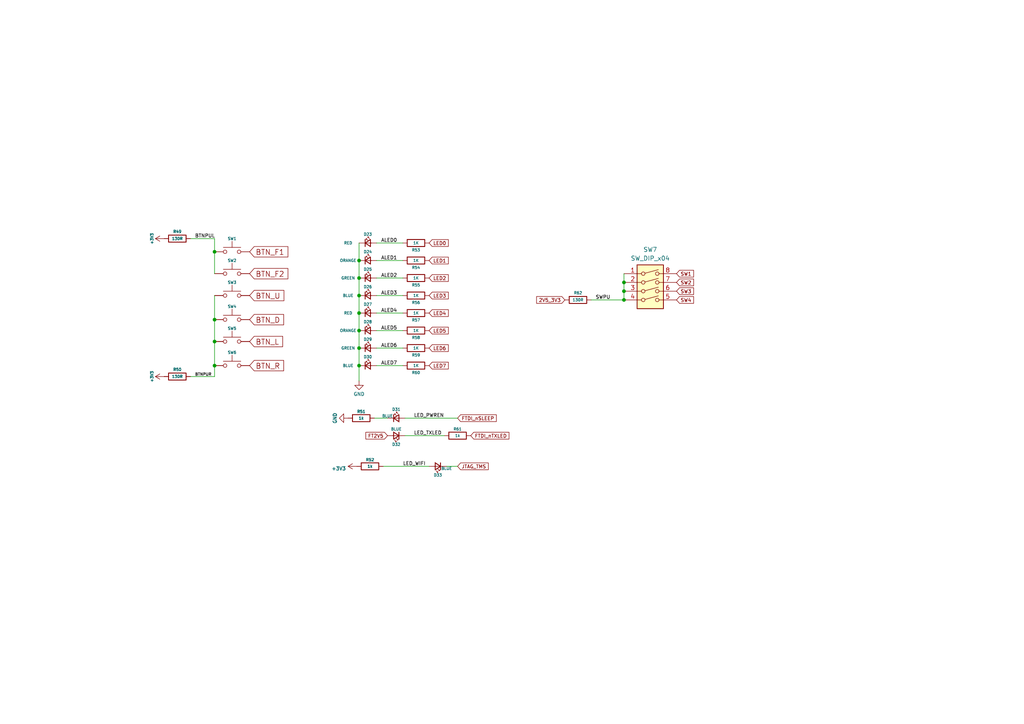
<source format=kicad_sch>
(kicad_sch (version 20230121) (generator eeschema)

  (uuid fc931c1d-a401-4c09-8859-0fc4d583bc8e)

  (paper "A4")

  (lib_symbols
    (symbol "Device:LED_Small" (pin_numbers hide) (pin_names (offset 0.254) hide) (in_bom yes) (on_board yes)
      (property "Reference" "D" (at -1.27 3.175 0)
        (effects (font (size 1.27 1.27)) (justify left))
      )
      (property "Value" "LED_Small" (at -4.445 -2.54 0)
        (effects (font (size 1.27 1.27)) (justify left))
      )
      (property "Footprint" "" (at 0 0 90)
        (effects (font (size 1.27 1.27)) hide)
      )
      (property "Datasheet" "~" (at 0 0 90)
        (effects (font (size 1.27 1.27)) hide)
      )
      (property "ki_keywords" "LED diode light-emitting-diode" (at 0 0 0)
        (effects (font (size 1.27 1.27)) hide)
      )
      (property "ki_description" "Light emitting diode, small symbol" (at 0 0 0)
        (effects (font (size 1.27 1.27)) hide)
      )
      (property "ki_fp_filters" "LED* LED_SMD:* LED_THT:*" (at 0 0 0)
        (effects (font (size 1.27 1.27)) hide)
      )
      (symbol "LED_Small_0_1"
        (polyline
          (pts
            (xy -0.762 -1.016)
            (xy -0.762 1.016)
          )
          (stroke (width 0.254) (type default))
          (fill (type none))
        )
        (polyline
          (pts
            (xy 1.016 0)
            (xy -0.762 0)
          )
          (stroke (width 0) (type default))
          (fill (type none))
        )
        (polyline
          (pts
            (xy 0.762 -1.016)
            (xy -0.762 0)
            (xy 0.762 1.016)
            (xy 0.762 -1.016)
          )
          (stroke (width 0.254) (type default))
          (fill (type none))
        )
        (polyline
          (pts
            (xy 0 0.762)
            (xy -0.508 1.27)
            (xy -0.254 1.27)
            (xy -0.508 1.27)
            (xy -0.508 1.016)
          )
          (stroke (width 0) (type default))
          (fill (type none))
        )
        (polyline
          (pts
            (xy 0.508 1.27)
            (xy 0 1.778)
            (xy 0.254 1.778)
            (xy 0 1.778)
            (xy 0 1.524)
          )
          (stroke (width 0) (type default))
          (fill (type none))
        )
      )
      (symbol "LED_Small_1_1"
        (pin passive line (at -2.54 0 0) (length 1.778)
          (name "K" (effects (font (size 1.27 1.27))))
          (number "1" (effects (font (size 1.27 1.27))))
        )
        (pin passive line (at 2.54 0 180) (length 1.778)
          (name "A" (effects (font (size 1.27 1.27))))
          (number "2" (effects (font (size 1.27 1.27))))
        )
      )
    )
    (symbol "Device:R" (pin_numbers hide) (pin_names (offset 0)) (in_bom yes) (on_board yes)
      (property "Reference" "R" (at 2.032 0 90)
        (effects (font (size 1.27 1.27)))
      )
      (property "Value" "R" (at 0 0 90)
        (effects (font (size 1.27 1.27)))
      )
      (property "Footprint" "" (at -1.778 0 90)
        (effects (font (size 1.27 1.27)) hide)
      )
      (property "Datasheet" "~" (at 0 0 0)
        (effects (font (size 1.27 1.27)) hide)
      )
      (property "ki_keywords" "R res resistor" (at 0 0 0)
        (effects (font (size 1.27 1.27)) hide)
      )
      (property "ki_description" "Resistor" (at 0 0 0)
        (effects (font (size 1.27 1.27)) hide)
      )
      (property "ki_fp_filters" "R_*" (at 0 0 0)
        (effects (font (size 1.27 1.27)) hide)
      )
      (symbol "R_0_1"
        (rectangle (start -1.016 -2.54) (end 1.016 2.54)
          (stroke (width 0.254) (type default))
          (fill (type none))
        )
      )
      (symbol "R_1_1"
        (pin passive line (at 0 3.81 270) (length 1.27)
          (name "~" (effects (font (size 1.27 1.27))))
          (number "1" (effects (font (size 1.27 1.27))))
        )
        (pin passive line (at 0 -3.81 90) (length 1.27)
          (name "~" (effects (font (size 1.27 1.27))))
          (number "2" (effects (font (size 1.27 1.27))))
        )
      )
    )
    (symbol "SW_Push_1" (pin_numbers hide) (pin_names (offset 1.016) hide) (in_bom yes) (on_board yes)
      (property "Reference" "SW1" (at 0 3.81 0)
        (effects (font (size 0.8 0.8)))
      )
      (property "Value" " " (at 0 4.445 0)
        (effects (font (size 0.8 0.8)))
      )
      (property "Footprint" "Button_Switch_SMD:SW_DIP_SPSTx01_Slide_6.7x4.1mm_W6.73mm_P2.54mm_LowProfile_JPin" (at 0 5.08 0)
        (effects (font (size 1.27 1.27)) hide)
      )
      (property "Datasheet" "~" (at 0 5.08 0)
        (effects (font (size 1.27 1.27)) hide)
      )
      (property "ki_keywords" "switch normally-open pushbutton push-button" (at 0 0 0)
        (effects (font (size 1.27 1.27)) hide)
      )
      (property "ki_description" "Push button switch, generic, two pins" (at 0 0 0)
        (effects (font (size 1.27 1.27)) hide)
      )
      (symbol "SW_Push_1_0_1"
        (circle (center -2.032 0) (radius 0.508)
          (stroke (width 0) (type default))
          (fill (type none))
        )
        (polyline
          (pts
            (xy 0 1.27)
            (xy 0 3.048)
          )
          (stroke (width 0) (type default))
          (fill (type none))
        )
        (polyline
          (pts
            (xy 2.54 1.27)
            (xy -2.54 1.27)
          )
          (stroke (width 0) (type default))
          (fill (type none))
        )
        (circle (center 2.032 0) (radius 0.508)
          (stroke (width 0) (type default))
          (fill (type none))
        )
        (pin passive line (at -5.08 0 0) (length 2.54)
          (name "1" (effects (font (size 1.27 1.27))))
          (number "1" (effects (font (size 1.27 1.27))))
        )
      )
      (symbol "SW_Push_1_1_1"
        (pin passive line (at -5.08 0 0) (length 2.54)
          (name "1" (effects (font (size 1.27 1.27))))
          (number "2" (effects (font (size 1.27 1.27))))
        )
        (pin passive line (at 5.08 0 180) (length 2.54)
          (name "2" (effects (font (size 1.27 1.27))))
          (number "3" (effects (font (size 1.27 1.27))))
        )
        (pin passive line (at 5.08 0 180) (length 2.54)
          (name "2" (effects (font (size 1.27 1.27))))
          (number "4" (effects (font (size 1.27 1.27))))
        )
      )
    )
    (symbol "Switch:SW_DIP_x04" (pin_names (offset 0) hide) (in_bom yes) (on_board yes)
      (property "Reference" "SW" (at 0 8.89 0)
        (effects (font (size 1.27 1.27)))
      )
      (property "Value" "SW_DIP_x04" (at 0 -6.35 0)
        (effects (font (size 1.27 1.27)))
      )
      (property "Footprint" "" (at 0 0 0)
        (effects (font (size 1.27 1.27)) hide)
      )
      (property "Datasheet" "~" (at 0 0 0)
        (effects (font (size 1.27 1.27)) hide)
      )
      (property "ki_keywords" "dip switch" (at 0 0 0)
        (effects (font (size 1.27 1.27)) hide)
      )
      (property "ki_description" "4x DIP Switch, Single Pole Single Throw (SPST) switch, small symbol" (at 0 0 0)
        (effects (font (size 1.27 1.27)) hide)
      )
      (property "ki_fp_filters" "SW?DIP?x4*" (at 0 0 0)
        (effects (font (size 1.27 1.27)) hide)
      )
      (symbol "SW_DIP_x04_0_0"
        (circle (center -2.032 -2.54) (radius 0.508)
          (stroke (width 0) (type default))
          (fill (type none))
        )
        (circle (center -2.032 0) (radius 0.508)
          (stroke (width 0) (type default))
          (fill (type none))
        )
        (circle (center -2.032 2.54) (radius 0.508)
          (stroke (width 0) (type default))
          (fill (type none))
        )
        (circle (center -2.032 5.08) (radius 0.508)
          (stroke (width 0) (type default))
          (fill (type none))
        )
        (polyline
          (pts
            (xy -1.524 -2.3876)
            (xy 2.3622 -1.3462)
          )
          (stroke (width 0) (type default))
          (fill (type none))
        )
        (polyline
          (pts
            (xy -1.524 0.127)
            (xy 2.3622 1.1684)
          )
          (stroke (width 0) (type default))
          (fill (type none))
        )
        (polyline
          (pts
            (xy -1.524 2.667)
            (xy 2.3622 3.7084)
          )
          (stroke (width 0) (type default))
          (fill (type none))
        )
        (polyline
          (pts
            (xy -1.524 5.207)
            (xy 2.3622 6.2484)
          )
          (stroke (width 0) (type default))
          (fill (type none))
        )
        (circle (center 2.032 -2.54) (radius 0.508)
          (stroke (width 0) (type default))
          (fill (type none))
        )
        (circle (center 2.032 0) (radius 0.508)
          (stroke (width 0) (type default))
          (fill (type none))
        )
        (circle (center 2.032 2.54) (radius 0.508)
          (stroke (width 0) (type default))
          (fill (type none))
        )
        (circle (center 2.032 5.08) (radius 0.508)
          (stroke (width 0) (type default))
          (fill (type none))
        )
      )
      (symbol "SW_DIP_x04_0_1"
        (rectangle (start -3.81 7.62) (end 3.81 -5.08)
          (stroke (width 0.254) (type default))
          (fill (type background))
        )
      )
      (symbol "SW_DIP_x04_1_1"
        (pin passive line (at -7.62 5.08 0) (length 5.08)
          (name "~" (effects (font (size 1.27 1.27))))
          (number "1" (effects (font (size 1.27 1.27))))
        )
        (pin passive line (at -7.62 2.54 0) (length 5.08)
          (name "~" (effects (font (size 1.27 1.27))))
          (number "2" (effects (font (size 1.27 1.27))))
        )
        (pin passive line (at -7.62 0 0) (length 5.08)
          (name "~" (effects (font (size 1.27 1.27))))
          (number "3" (effects (font (size 1.27 1.27))))
        )
        (pin passive line (at -7.62 -2.54 0) (length 5.08)
          (name "~" (effects (font (size 1.27 1.27))))
          (number "4" (effects (font (size 1.27 1.27))))
        )
        (pin passive line (at 7.62 -2.54 180) (length 5.08)
          (name "~" (effects (font (size 1.27 1.27))))
          (number "5" (effects (font (size 1.27 1.27))))
        )
        (pin passive line (at 7.62 0 180) (length 5.08)
          (name "~" (effects (font (size 1.27 1.27))))
          (number "6" (effects (font (size 1.27 1.27))))
        )
        (pin passive line (at 7.62 2.54 180) (length 5.08)
          (name "~" (effects (font (size 1.27 1.27))))
          (number "7" (effects (font (size 1.27 1.27))))
        )
        (pin passive line (at 7.62 5.08 180) (length 5.08)
          (name "~" (effects (font (size 1.27 1.27))))
          (number "8" (effects (font (size 1.27 1.27))))
        )
      )
    )
    (symbol "power:+3V3" (power) (pin_names (offset 0)) (in_bom yes) (on_board yes)
      (property "Reference" "#PWR" (at 0 -3.81 0)
        (effects (font (size 1.27 1.27)) hide)
      )
      (property "Value" "+3V3" (at 0 3.556 0)
        (effects (font (size 1.27 1.27)))
      )
      (property "Footprint" "" (at 0 0 0)
        (effects (font (size 1.27 1.27)) hide)
      )
      (property "Datasheet" "" (at 0 0 0)
        (effects (font (size 1.27 1.27)) hide)
      )
      (property "ki_keywords" "global power" (at 0 0 0)
        (effects (font (size 1.27 1.27)) hide)
      )
      (property "ki_description" "Power symbol creates a global label with name \"+3V3\"" (at 0 0 0)
        (effects (font (size 1.27 1.27)) hide)
      )
      (symbol "+3V3_0_1"
        (polyline
          (pts
            (xy -0.762 1.27)
            (xy 0 2.54)
          )
          (stroke (width 0) (type default))
          (fill (type none))
        )
        (polyline
          (pts
            (xy 0 0)
            (xy 0 2.54)
          )
          (stroke (width 0) (type default))
          (fill (type none))
        )
        (polyline
          (pts
            (xy 0 2.54)
            (xy 0.762 1.27)
          )
          (stroke (width 0) (type default))
          (fill (type none))
        )
      )
      (symbol "+3V3_1_1"
        (pin power_in line (at 0 0 90) (length 0) hide
          (name "+3V3" (effects (font (size 1.27 1.27))))
          (number "1" (effects (font (size 1.27 1.27))))
        )
      )
    )
    (symbol "power:GND" (power) (pin_names (offset 0)) (in_bom yes) (on_board yes)
      (property "Reference" "#PWR" (at 0 -6.35 0)
        (effects (font (size 1.27 1.27)) hide)
      )
      (property "Value" "GND" (at 0 -3.81 0)
        (effects (font (size 1.27 1.27)))
      )
      (property "Footprint" "" (at 0 0 0)
        (effects (font (size 1.27 1.27)) hide)
      )
      (property "Datasheet" "" (at 0 0 0)
        (effects (font (size 1.27 1.27)) hide)
      )
      (property "ki_keywords" "global power" (at 0 0 0)
        (effects (font (size 1.27 1.27)) hide)
      )
      (property "ki_description" "Power symbol creates a global label with name \"GND\" , ground" (at 0 0 0)
        (effects (font (size 1.27 1.27)) hide)
      )
      (symbol "GND_0_1"
        (polyline
          (pts
            (xy 0 0)
            (xy 0 -1.27)
            (xy 1.27 -1.27)
            (xy 0 -2.54)
            (xy -1.27 -1.27)
            (xy 0 -1.27)
          )
          (stroke (width 0) (type default))
          (fill (type none))
        )
      )
      (symbol "GND_1_1"
        (pin power_in line (at 0 0 270) (length 0) hide
          (name "GND" (effects (font (size 1.27 1.27))))
          (number "1" (effects (font (size 1.27 1.27))))
        )
      )
    )
  )

  (junction (at 104.14 100.965) (diameter 0) (color 0 0 0 0)
    (uuid 038bbf2d-1231-4b74-9193-d2e39db6319b)
  )
  (junction (at 180.975 86.995) (diameter 0) (color 0 0 0 0)
    (uuid 24860c31-33f5-468f-81c9-1aa65feb7d88)
  )
  (junction (at 104.14 85.725) (diameter 0) (color 0 0 0 0)
    (uuid 382978a2-e517-435e-a28c-1eb361e54680)
  )
  (junction (at 62.23 92.71) (diameter 0) (color 0 0 0 0)
    (uuid 498dd1dc-a0c7-4817-8fb6-96a143c208a4)
  )
  (junction (at 62.23 106.045) (diameter 0) (color 0 0 0 0)
    (uuid 528d294a-beea-4ac7-a54a-bc549a3830c9)
  )
  (junction (at 62.23 99.06) (diameter 0) (color 0 0 0 0)
    (uuid 5d3ee749-161e-4484-bb7b-397e9dca98b7)
  )
  (junction (at 180.975 84.455) (diameter 0) (color 0 0 0 0)
    (uuid 658f5d84-4ad3-4bcb-b5a8-bd0b2a3863c1)
  )
  (junction (at 104.14 95.885) (diameter 0) (color 0 0 0 0)
    (uuid 6db54df7-280b-4c31-a244-9e1c0430d798)
  )
  (junction (at 180.975 81.915) (diameter 0) (color 0 0 0 0)
    (uuid 95b862ff-59b5-42b2-907f-5188acb8f770)
  )
  (junction (at 62.23 73.025) (diameter 0) (color 0 0 0 0)
    (uuid c3298a28-82e7-4bac-9560-22ef1abf59ba)
  )
  (junction (at 104.14 80.645) (diameter 0) (color 0 0 0 0)
    (uuid d6a0d497-50da-49fe-9431-499901226eb8)
  )
  (junction (at 104.14 75.565) (diameter 0) (color 0 0 0 0)
    (uuid e84e3be5-2bf6-4713-90c6-c4a7553bec8d)
  )
  (junction (at 104.14 90.805) (diameter 0) (color 0 0 0 0)
    (uuid fdfb6ee2-5c2f-4832-877f-4361e6572955)
  )
  (junction (at 104.14 106.045) (diameter 0) (color 0 0 0 0)
    (uuid ffd75dc3-1d8f-48d5-91a9-f03d1b3d835d)
  )

  (wire (pts (xy 104.14 75.565) (xy 104.14 80.645))
    (stroke (width 0) (type default))
    (uuid 02ee6b84-324e-4305-a1eb-235351e4b61f)
  )
  (wire (pts (xy 117.475 126.365) (xy 128.905 126.365))
    (stroke (width 0) (type default))
    (uuid 0fc9ac2b-bc99-40b5-8d6a-ab58a9685b47)
  )
  (wire (pts (xy 62.23 99.06) (xy 62.23 106.045))
    (stroke (width 0) (type default))
    (uuid 19acc3bc-a756-4b02-a6fc-5f1c1402b529)
  )
  (wire (pts (xy 180.975 84.455) (xy 180.975 86.995))
    (stroke (width 0) (type default))
    (uuid 1a46f97d-e6b2-4051-aa18-bef9d2b2f315)
  )
  (wire (pts (xy 108.585 121.285) (xy 112.395 121.285))
    (stroke (width 0) (type default))
    (uuid 1da1ef6a-481e-45b9-b282-81131a0f7de1)
  )
  (wire (pts (xy 104.14 90.805) (xy 104.14 95.885))
    (stroke (width 0) (type default))
    (uuid 1e6918b4-9982-4536-87f5-b8a66b63438f)
  )
  (wire (pts (xy 180.975 79.375) (xy 180.975 81.915))
    (stroke (width 0) (type default))
    (uuid 29e3d781-1811-4381-b6cb-1c3320d78e67)
  )
  (wire (pts (xy 104.14 70.485) (xy 104.14 75.565))
    (stroke (width 0) (type default))
    (uuid 2a2de60c-ba43-4d2b-93d9-a9420bd4491d)
  )
  (wire (pts (xy 104.14 95.885) (xy 104.14 100.965))
    (stroke (width 0) (type default))
    (uuid 31c3e363-03e6-4096-ae48-5cd1f0f223d7)
  )
  (wire (pts (xy 62.23 106.045) (xy 62.23 109.22))
    (stroke (width 0) (type default))
    (uuid 31c652f9-61ed-40c8-9b5a-91d0d3045302)
  )
  (wire (pts (xy 55.245 69.215) (xy 62.23 69.215))
    (stroke (width 0) (type default))
    (uuid 3fdd3ce7-d8c5-4802-8f4e-191458f22c0c)
  )
  (wire (pts (xy 62.23 85.725) (xy 62.23 92.71))
    (stroke (width 0) (type default))
    (uuid 457f470d-5abd-4693-a51c-ef79ecca6cba)
  )
  (wire (pts (xy 116.84 85.725) (xy 109.22 85.725))
    (stroke (width 0) (type default))
    (uuid 532440ff-7aea-4cc5-8983-ab6dfba31225)
  )
  (wire (pts (xy 116.84 70.485) (xy 109.22 70.485))
    (stroke (width 0) (type default))
    (uuid 53e25352-f2cd-4153-9372-6d74b89d5c60)
  )
  (wire (pts (xy 104.14 80.645) (xy 104.14 85.725))
    (stroke (width 0) (type default))
    (uuid 63e1cb2d-6fa4-45d9-b576-2cf3cfb798f3)
  )
  (wire (pts (xy 116.84 75.565) (xy 109.22 75.565))
    (stroke (width 0) (type default))
    (uuid 6486a2bc-1ac4-4527-9515-2b7209c603d4)
  )
  (wire (pts (xy 116.84 100.965) (xy 109.22 100.965))
    (stroke (width 0) (type default))
    (uuid 724e1ee2-773f-47ee-8140-a9c266220f8f)
  )
  (wire (pts (xy 116.84 95.885) (xy 109.22 95.885))
    (stroke (width 0) (type default))
    (uuid 73c60f17-51d0-446c-b6b9-b64c80d7246b)
  )
  (wire (pts (xy 62.23 69.215) (xy 62.23 73.025))
    (stroke (width 0) (type default))
    (uuid 7ce09353-21fc-4810-9b0f-b0ae60ab5f58)
  )
  (wire (pts (xy 171.45 86.995) (xy 180.975 86.995))
    (stroke (width 0) (type default))
    (uuid 7eba9b6b-e05f-414f-9aa9-f6be118abdc3)
  )
  (wire (pts (xy 104.14 85.725) (xy 104.14 90.805))
    (stroke (width 0) (type default))
    (uuid 7ec6ca4f-d2bb-453b-8458-981dbd4307fc)
  )
  (wire (pts (xy 116.84 80.645) (xy 109.22 80.645))
    (stroke (width 0) (type default))
    (uuid 90676088-b2a9-4958-8a43-70888d8b0ebd)
  )
  (wire (pts (xy 180.975 81.915) (xy 180.975 84.455))
    (stroke (width 0) (type default))
    (uuid 9b41a57f-0510-4146-9fa1-0e617dc1f51f)
  )
  (wire (pts (xy 116.84 90.805) (xy 109.22 90.805))
    (stroke (width 0) (type default))
    (uuid a05b2dcb-99a8-4e82-b577-36554158b7f7)
  )
  (wire (pts (xy 62.23 109.22) (xy 55.245 109.22))
    (stroke (width 0) (type default))
    (uuid a29ac77f-88a7-410b-b919-2f1c387563a7)
  )
  (wire (pts (xy 104.14 100.965) (xy 104.14 106.045))
    (stroke (width 0) (type default))
    (uuid a5e77414-b1a1-4bcd-9699-9f3d33d9dc82)
  )
  (wire (pts (xy 62.23 73.025) (xy 62.23 79.375))
    (stroke (width 0) (type default))
    (uuid ad25ede8-b567-4810-95b7-f5b69a89182f)
  )
  (wire (pts (xy 62.23 92.71) (xy 62.23 99.06))
    (stroke (width 0) (type default))
    (uuid ad9598a7-aa96-4c46-9ccb-782640acbaf4)
  )
  (wire (pts (xy 132.715 121.285) (xy 117.475 121.285))
    (stroke (width 0) (type default))
    (uuid b7ed1360-6069-423c-a77c-812f35108507)
  )
  (wire (pts (xy 116.84 106.045) (xy 109.22 106.045))
    (stroke (width 0) (type default))
    (uuid be21d2b9-fbbc-42da-897f-daaebb078d52)
  )
  (wire (pts (xy 132.715 135.255) (xy 129.54 135.255))
    (stroke (width 0) (type default))
    (uuid cb1cb5df-3870-479b-b001-dedc30b62c9c)
  )
  (wire (pts (xy 111.125 135.255) (xy 124.46 135.255))
    (stroke (width 0) (type default))
    (uuid da15dd0f-a8ba-4ffe-94b8-adff7aad22aa)
  )
  (wire (pts (xy 104.14 110.49) (xy 104.14 106.045))
    (stroke (width 0) (type default))
    (uuid ff8622cf-0774-4a44-8a20-170e5acb1c61)
  )

  (label "SWPU" (at 172.72 86.995 0) (fields_autoplaced)
    (effects (font (size 1 1)) (justify left bottom))
    (uuid 0836e895-72c7-4129-ad6a-0d7eebadd83b)
  )
  (label "LED_TXLED" (at 120.015 126.365 0) (fields_autoplaced)
    (effects (font (size 1 1)) (justify left bottom))
    (uuid 1d5aabb9-51fb-484b-8e57-3c1dddb8fbf1)
  )
  (label "ALED3" (at 110.49 85.725 0) (fields_autoplaced)
    (effects (font (size 1 1)) (justify left bottom))
    (uuid 1fa2ba91-ec5e-44bc-92e5-20a67f5abe42)
  )
  (label "BTNPUL" (at 56.515 69.215 0) (fields_autoplaced)
    (effects (font (size 1 1)) (justify left bottom))
    (uuid 240fa124-4cd8-4e28-ba1d-99183851e754)
  )
  (label "BTNPUR" (at 56.515 109.22 0) (fields_autoplaced)
    (effects (font (size 0.8 0.8)) (justify left bottom))
    (uuid 2a9eb5d3-4984-458e-b821-85c3860afc68)
  )
  (label "ALED0" (at 110.49 70.485 0) (fields_autoplaced)
    (effects (font (size 1 1)) (justify left bottom))
    (uuid 3a8880d2-8ed1-48dc-af18-718c49fceaad)
  )
  (label "ALED2" (at 110.49 80.645 0) (fields_autoplaced)
    (effects (font (size 1 1)) (justify left bottom))
    (uuid 65fb6fcd-f2c4-4b9b-bed2-3a8879df370e)
  )
  (label "LED_PWREN" (at 120.015 121.285 0) (fields_autoplaced)
    (effects (font (size 1 1)) (justify left bottom))
    (uuid 7dba0a8a-ea6d-4059-8c9b-9bfc117b7a4c)
  )
  (label "LED_WIFI" (at 116.84 135.255 0) (fields_autoplaced)
    (effects (font (size 1 1)) (justify left bottom))
    (uuid 8257d845-8159-4816-8e46-ace1c29df483)
  )
  (label "ALED1" (at 110.49 75.565 0) (fields_autoplaced)
    (effects (font (size 1 1)) (justify left bottom))
    (uuid a28b2945-44cc-4bdc-b7f3-a8f5e91ba781)
  )
  (label "ALED6" (at 110.49 100.965 0) (fields_autoplaced)
    (effects (font (size 1 1)) (justify left bottom))
    (uuid dbb3484b-7ec1-4f63-9531-321b3cbee9b4)
  )
  (label "ALED5" (at 110.49 95.885 0) (fields_autoplaced)
    (effects (font (size 1 1)) (justify left bottom))
    (uuid e2c1d92c-e994-4661-aaeb-ae8b99fa544c)
  )
  (label "ALED7" (at 110.49 106.045 0) (fields_autoplaced)
    (effects (font (size 1 1)) (justify left bottom))
    (uuid f00ccd41-0367-4bb2-9ea9-3a3a0a4e429a)
  )
  (label "ALED4" (at 110.49 90.805 0) (fields_autoplaced)
    (effects (font (size 1 1)) (justify left bottom))
    (uuid fa7a31b5-6b2d-420c-9da9-0435e7452876)
  )

  (global_label "LED6" (shape input) (at 124.46 100.965 0)
    (effects (font (size 1 1)) (justify left))
    (uuid 07bf50dc-7650-4270-9de6-18c480ce7f16)
    (property "Intersheetrefs" "${INTERSHEET_REFS}" (at 124.46 100.965 0)
      (effects (font (size 1.27 1.27)) hide)
    )
  )
  (global_label "LED5" (shape input) (at 124.46 95.885 0)
    (effects (font (size 1 1)) (justify left))
    (uuid 174e633b-90f8-437d-9d70-67c8d0da659d)
    (property "Intersheetrefs" "${INTERSHEET_REFS}" (at 124.46 95.885 0)
      (effects (font (size 1.27 1.27)) hide)
    )
  )
  (global_label "2V5_3V3" (shape input) (at 163.83 86.995 180)
    (effects (font (size 1 1)) (justify right))
    (uuid 25e931d8-a6c7-4d4d-8d53-eddfcb9351b9)
    (property "Intersheetrefs" "${INTERSHEET_REFS}" (at 163.83 86.995 0)
      (effects (font (size 1.27 1.27)) hide)
    )
  )
  (global_label "BTN_R" (shape input) (at 72.39 106.045 0)
    (effects (font (size 1.524 1.524)) (justify left))
    (uuid 335d8751-6f85-4291-bb4c-221187ed09be)
    (property "Intersheetrefs" "${INTERSHEET_REFS}" (at 72.39 106.045 0)
      (effects (font (size 1.27 1.27)) hide)
    )
  )
  (global_label "LED1" (shape input) (at 124.46 75.565 0)
    (effects (font (size 1 1)) (justify left))
    (uuid 3c475423-69a2-414a-9a50-187f7713f5c9)
    (property "Intersheetrefs" "${INTERSHEET_REFS}" (at 124.46 75.565 0)
      (effects (font (size 1.27 1.27)) hide)
    )
  )
  (global_label "SW4" (shape input) (at 196.215 86.995 0)
    (effects (font (size 1 1)) (justify left))
    (uuid 415c3db1-3bff-4460-9a06-aef50bedcf0d)
    (property "Intersheetrefs" "${INTERSHEET_REFS}" (at 196.215 86.995 0)
      (effects (font (size 1.27 1.27)) hide)
    )
  )
  (global_label "BTN_D" (shape input) (at 72.39 92.71 0)
    (effects (font (size 1.524 1.524)) (justify left))
    (uuid 4674c9b2-43f7-4a77-91e4-4a82ab9a2980)
    (property "Intersheetrefs" "${INTERSHEET_REFS}" (at 72.39 92.71 0)
      (effects (font (size 1.27 1.27)) hide)
    )
  )
  (global_label "SW1" (shape input) (at 196.215 79.375 0)
    (effects (font (size 1 1)) (justify left))
    (uuid 470ed977-6b76-4145-85f8-628ca0eeb341)
    (property "Intersheetrefs" "${INTERSHEET_REFS}" (at 196.215 79.375 0)
      (effects (font (size 1.27 1.27)) hide)
    )
  )
  (global_label "FT2V5" (shape input) (at 112.395 126.365 180)
    (effects (font (size 1 1)) (justify right))
    (uuid 5e7c6a83-9841-4a0c-99f3-705f32d21ec0)
    (property "Intersheetrefs" "${INTERSHEET_REFS}" (at 112.395 126.365 0)
      (effects (font (size 1.27 1.27)) hide)
    )
  )
  (global_label "LED0" (shape input) (at 124.46 70.485 0)
    (effects (font (size 1 1)) (justify left))
    (uuid 64bcbda4-b7d6-41c5-b413-3d8aa63dcef2)
    (property "Intersheetrefs" "${INTERSHEET_REFS}" (at 124.46 70.485 0)
      (effects (font (size 1.27 1.27)) hide)
    )
  )
  (global_label "LED3" (shape input) (at 124.46 85.725 0)
    (effects (font (size 1 1)) (justify left))
    (uuid 882d898e-7914-4eab-845a-04cb7cbf804e)
    (property "Intersheetrefs" "${INTERSHEET_REFS}" (at 124.46 85.725 0)
      (effects (font (size 1.27 1.27)) hide)
    )
  )
  (global_label "FTDI_nSLEEP" (shape input) (at 132.715 121.285 0)
    (effects (font (size 1 1)) (justify left))
    (uuid 8b155915-d1ec-4602-a203-6f074325a869)
    (property "Intersheetrefs" "${INTERSHEET_REFS}" (at 132.715 121.285 0)
      (effects (font (size 1.27 1.27)) hide)
    )
  )
  (global_label "SW2" (shape input) (at 196.215 81.915 0)
    (effects (font (size 1 1)) (justify left))
    (uuid 8f6277c5-237a-4d86-a374-714990ed14d0)
    (property "Intersheetrefs" "${INTERSHEET_REFS}" (at 196.215 81.915 0)
      (effects (font (size 1.27 1.27)) hide)
    )
  )
  (global_label "LED7" (shape input) (at 124.46 106.045 0)
    (effects (font (size 1 1)) (justify left))
    (uuid 9696ee3e-e666-4dcb-bbdf-a0eba8cdd58c)
    (property "Intersheetrefs" "${INTERSHEET_REFS}" (at 124.46 106.045 0)
      (effects (font (size 1.27 1.27)) hide)
    )
  )
  (global_label "FTDI_nTXLED" (shape input) (at 136.525 126.365 0)
    (effects (font (size 1 1)) (justify left))
    (uuid 96dcc38b-2e93-4894-a583-87722ad545c5)
    (property "Intersheetrefs" "${INTERSHEET_REFS}" (at 136.525 126.365 0)
      (effects (font (size 1.27 1.27)) hide)
    )
  )
  (global_label "BTN_F2" (shape input) (at 72.39 79.375 0)
    (effects (font (size 1.524 1.524)) (justify left))
    (uuid 9ac1ceef-2cde-4604-b878-2b02ec31ab7c)
    (property "Intersheetrefs" "${INTERSHEET_REFS}" (at 72.39 79.375 0)
      (effects (font (size 1.27 1.27)) hide)
    )
  )
  (global_label "BTN_F1" (shape input) (at 72.39 73.025 0)
    (effects (font (size 1.524 1.524)) (justify left))
    (uuid a0274f02-930b-473f-b8ab-dd6ce9f087ef)
    (property "Intersheetrefs" "${INTERSHEET_REFS}" (at 72.39 73.025 0)
      (effects (font (size 1.27 1.27)) hide)
    )
  )
  (global_label "SW3" (shape input) (at 196.215 84.455 0)
    (effects (font (size 1 1)) (justify left))
    (uuid a0dd2d68-a2b6-4d2a-9b3c-7ad6c5e30f67)
    (property "Intersheetrefs" "${INTERSHEET_REFS}" (at 196.215 84.455 0)
      (effects (font (size 1.27 1.27)) hide)
    )
  )
  (global_label "BTN_U" (shape input) (at 72.39 85.725 0)
    (effects (font (size 1.524 1.524)) (justify left))
    (uuid abe9b635-a03b-4e34-b2c4-a6b24dbee780)
    (property "Intersheetrefs" "${INTERSHEET_REFS}" (at 72.39 85.725 0)
      (effects (font (size 1.27 1.27)) hide)
    )
  )
  (global_label "LED2" (shape input) (at 124.46 80.645 0)
    (effects (font (size 1 1)) (justify left))
    (uuid b822eba8-c519-4940-9492-8aeaa091418e)
    (property "Intersheetrefs" "${INTERSHEET_REFS}" (at 124.46 80.645 0)
      (effects (font (size 1.27 1.27)) hide)
    )
  )
  (global_label "BTN_L" (shape input) (at 72.39 99.06 0)
    (effects (font (size 1.524 1.524)) (justify left))
    (uuid bb9572d3-4f48-4253-bb43-4afe6abf4281)
    (property "Intersheetrefs" "${INTERSHEET_REFS}" (at 72.39 99.06 0)
      (effects (font (size 1.27 1.27)) hide)
    )
  )
  (global_label "JTAG_TMS" (shape input) (at 132.715 135.255 0)
    (effects (font (size 1 1)) (justify left))
    (uuid cbb804e6-cf60-441a-abe9-856dcab2e462)
    (property "Intersheetrefs" "${INTERSHEET_REFS}" (at 132.715 135.255 0)
      (effects (font (size 1.27 1.27)) hide)
    )
  )
  (global_label "LED4" (shape input) (at 124.46 90.805 0)
    (effects (font (size 1 1)) (justify left))
    (uuid d1294357-17f8-4742-a8e0-2743e3d64561)
    (property "Intersheetrefs" "${INTERSHEET_REFS}" (at 124.46 90.805 0)
      (effects (font (size 1.27 1.27)) hide)
    )
  )

  (symbol (lib_id "Device:R") (at 120.65 85.725 270) (unit 1)
    (in_bom yes) (on_board yes) (dnp no)
    (uuid 0450d900-d460-4fd3-a6cb-64ac3e61e740)
    (property "Reference" "R56" (at 120.65 87.757 90)
      (effects (font (size 0.8 0.8)))
    )
    (property "Value" "1K" (at 120.65 85.725 90)
      (effects (font (size 0.8 0.8)))
    )
    (property "Footprint" "Resistor_SMD:R_0402_1005Metric" (at 120.65 83.947 90)
      (effects (font (size 1.27 1.27)) hide)
    )
    (property "Datasheet" "" (at 120.65 85.725 0)
      (effects (font (size 1.27 1.27)))
    )
    (pin "1" (uuid 88ee4a54-57c2-423c-98c4-bbc3e97e03d0))
    (pin "2" (uuid 95c7374c-feea-4e46-bc26-b273a529dc14))
    (instances
      (project "ULX3 (FPGA)"
        (path "/37195a37-35e7-41b6-9fb2-a6f9cc4c6a25/b646825e-d7bd-4a69-80bf-ad600956067c"
          (reference "R56") (unit 1)
        )
      )
      (project "ulx3s"
        (path "/8da8168d-68ee-4c41-890e-5e62a04f6ac9/00000000-0000-0000-0000-000058d6547c"
          (reference "R44") (unit 1)
        )
      )
      (project "blinkey"
        (path "/a3f2e6b7-80b9-4ff4-a6cd-9b1246516981"
          (reference "R44") (unit 1)
        )
      )
    )
  )

  (symbol (lib_id "Device:R") (at 120.65 100.965 270) (unit 1)
    (in_bom yes) (on_board yes) (dnp no)
    (uuid 08772afc-be30-4401-99f5-0250a6a2f328)
    (property "Reference" "R59" (at 120.65 102.997 90)
      (effects (font (size 0.8 0.8)))
    )
    (property "Value" "1K" (at 120.65 100.965 90)
      (effects (font (size 0.8 0.8)))
    )
    (property "Footprint" "Resistor_SMD:R_0402_1005Metric" (at 120.65 99.187 90)
      (effects (font (size 1.27 1.27)) hide)
    )
    (property "Datasheet" "" (at 120.65 100.965 0)
      (effects (font (size 1.27 1.27)))
    )
    (pin "1" (uuid d6713080-ce5d-4f85-80e5-177b580c5646))
    (pin "2" (uuid 5a2b4ee3-de40-40b6-be90-66591e17e915))
    (instances
      (project "ULX3 (FPGA)"
        (path "/37195a37-35e7-41b6-9fb2-a6f9cc4c6a25/b646825e-d7bd-4a69-80bf-ad600956067c"
          (reference "R59") (unit 1)
        )
      )
      (project "ulx3s"
        (path "/8da8168d-68ee-4c41-890e-5e62a04f6ac9/00000000-0000-0000-0000-000058d6547c"
          (reference "R47") (unit 1)
        )
      )
      (project "blinkey"
        (path "/a3f2e6b7-80b9-4ff4-a6cd-9b1246516981"
          (reference "R47") (unit 1)
        )
      )
    )
  )

  (symbol (lib_id "Device:R") (at 167.64 86.995 90) (unit 1)
    (in_bom yes) (on_board yes) (dnp no)
    (uuid 0ee0be4f-b0a7-42df-b4f2-431ee2637a0c)
    (property "Reference" "R62" (at 167.64 84.963 90)
      (effects (font (size 0.8 0.8)))
    )
    (property "Value" "130R" (at 167.64 86.995 90)
      (effects (font (size 0.8 0.8)))
    )
    (property "Footprint" "Resistor_SMD:R_0402_1005Metric" (at 167.64 88.773 90)
      (effects (font (size 1.27 1.27)) hide)
    )
    (property "Datasheet" "" (at 167.64 86.995 0)
      (effects (font (size 1.27 1.27)))
    )
    (pin "1" (uuid 3da66a1e-1372-43fd-9868-a575001a09de))
    (pin "2" (uuid 81a8b27e-d81d-4d0e-a2ab-5952912d7cd7))
    (instances
      (project "ULX3 (FPGA)"
        (path "/37195a37-35e7-41b6-9fb2-a6f9cc4c6a25/b646825e-d7bd-4a69-80bf-ad600956067c"
          (reference "R62") (unit 1)
        )
      )
      (project "ulx3s"
        (path "/8da8168d-68ee-4c41-890e-5e62a04f6ac9/00000000-0000-0000-0000-000058d6547c"
          (reference "R51") (unit 1)
        )
      )
      (project "blinkey"
        (path "/a3f2e6b7-80b9-4ff4-a6cd-9b1246516981"
          (reference "R51") (unit 1)
        )
      )
    )
  )

  (symbol (lib_id "Device:R") (at 104.775 121.285 270) (unit 1)
    (in_bom yes) (on_board yes) (dnp no)
    (uuid 1851d84e-c30c-457d-b148-eb4f5e6445d1)
    (property "Reference" "R51" (at 104.775 119.38 90)
      (effects (font (size 0.8 0.8)))
    )
    (property "Value" "1k" (at 104.775 121.285 90)
      (effects (font (size 0.8 0.8)))
    )
    (property "Footprint" "Resistor_SMD:R_0402_1005Metric" (at 104.775 119.507 90)
      (effects (font (size 1.27 1.27)) hide)
    )
    (property "Datasheet" "" (at 104.775 121.285 0)
      (effects (font (size 1.27 1.27)))
    )
    (pin "1" (uuid e3754d6e-95be-4ad8-92d1-2ab726b10a11))
    (pin "2" (uuid 30c7b405-e2f2-4300-aa7e-93747223bae6))
    (instances
      (project "ULX3 (FPGA)"
        (path "/37195a37-35e7-41b6-9fb2-a6f9cc4c6a25/b646825e-d7bd-4a69-80bf-ad600956067c"
          (reference "R51") (unit 1)
        )
      )
      (project "ulx3s"
        (path "/8da8168d-68ee-4c41-890e-5e62a04f6ac9/00000000-0000-0000-0000-000058d6547c"
          (reference "R62") (unit 1)
        )
      )
      (project "blinkey"
        (path "/a3f2e6b7-80b9-4ff4-a6cd-9b1246516981"
          (reference "R62") (unit 1)
        )
      )
    )
  )

  (symbol (lib_id "Device:R") (at 120.65 106.045 270) (unit 1)
    (in_bom yes) (on_board yes) (dnp no)
    (uuid 1e356771-c278-4819-aaed-360047073fd1)
    (property "Reference" "R60" (at 120.65 108.077 90)
      (effects (font (size 0.8 0.8)))
    )
    (property "Value" "1K" (at 120.65 106.045 90)
      (effects (font (size 0.8 0.8)))
    )
    (property "Footprint" "Resistor_SMD:R_0402_1005Metric" (at 120.65 104.267 90)
      (effects (font (size 1.27 1.27)) hide)
    )
    (property "Datasheet" "" (at 120.65 106.045 0)
      (effects (font (size 1.27 1.27)))
    )
    (pin "1" (uuid 9038569e-c321-4c73-8103-33ead2a0bb95))
    (pin "2" (uuid a8189e18-d6ba-461d-8d20-2a25bfb3548d))
    (instances
      (project "ULX3 (FPGA)"
        (path "/37195a37-35e7-41b6-9fb2-a6f9cc4c6a25/b646825e-d7bd-4a69-80bf-ad600956067c"
          (reference "R60") (unit 1)
        )
      )
      (project "ulx3s"
        (path "/8da8168d-68ee-4c41-890e-5e62a04f6ac9/00000000-0000-0000-0000-000058d6547c"
          (reference "R48") (unit 1)
        )
      )
      (project "blinkey"
        (path "/a3f2e6b7-80b9-4ff4-a6cd-9b1246516981"
          (reference "R48") (unit 1)
        )
      )
    )
  )

  (symbol (lib_name "SW_Push_1") (lib_id "Switch:SW_Push") (at 67.31 79.375 0) (unit 1)
    (in_bom yes) (on_board yes) (dnp no)
    (uuid 29d4ba64-eea8-4039-8826-008e900ced95)
    (property "Reference" "SW2" (at 67.31 75.565 0)
      (effects (font (size 0.8 0.8)))
    )
    (property "Value" " " (at 67.31 74.93 0)
      (effects (font (size 0.8 0.8)))
    )
    (property "Footprint" "Switch Tactic:PTS810SJG250SMTRLFS" (at 67.31 74.295 0)
      (effects (font (size 1.27 1.27)) hide)
    )
    (property "Datasheet" "~" (at 67.31 74.295 0)
      (effects (font (size 1.27 1.27)) hide)
    )
    (pin "1" (uuid 439f6cf2-d465-4295-bba5-36222e47c784))
    (pin "2" (uuid a6826aaf-f8b8-4beb-885d-84de43f82d54))
    (pin "3" (uuid 6b6ad39a-2c49-48e3-a4e4-b6ee7eb8eb26))
    (pin "4" (uuid ecc4c3ae-256d-48b5-b0f3-db941640ce51))
    (instances
      (project "ULX3 (FPGA)"
        (path "/37195a37-35e7-41b6-9fb2-a6f9cc4c6a25/b646825e-d7bd-4a69-80bf-ad600956067c"
          (reference "SW2") (unit 1)
        )
      )
    )
  )

  (symbol (lib_name "SW_Push_1") (lib_id "Switch:SW_Push") (at 67.31 85.725 0) (unit 1)
    (in_bom yes) (on_board yes) (dnp no)
    (uuid 2ad240f5-1e8f-476e-9865-f8ce62c3e810)
    (property "Reference" "SW3" (at 67.31 81.915 0)
      (effects (font (size 0.8 0.8)))
    )
    (property "Value" " " (at 67.31 81.28 0)
      (effects (font (size 0.8 0.8)))
    )
    (property "Footprint" "Switch Tactic:PTS810SJG250SMTRLFS" (at 67.31 80.645 0)
      (effects (font (size 1.27 1.27)) hide)
    )
    (property "Datasheet" "~" (at 67.31 80.645 0)
      (effects (font (size 1.27 1.27)) hide)
    )
    (pin "1" (uuid 624ef62c-13e7-413a-819e-e80c3e5f8be3))
    (pin "2" (uuid 78d19339-013c-4552-a480-4de9c80a7a6e))
    (pin "3" (uuid 6626b9a3-eccb-419b-906b-4b57b20515d5))
    (pin "4" (uuid 6b3bf631-5446-4b60-a4a0-ac4411a6c09f))
    (instances
      (project "ULX3 (FPGA)"
        (path "/37195a37-35e7-41b6-9fb2-a6f9cc4c6a25/b646825e-d7bd-4a69-80bf-ad600956067c"
          (reference "SW3") (unit 1)
        )
      )
    )
  )

  (symbol (lib_id "Device:R") (at 120.65 95.885 270) (unit 1)
    (in_bom yes) (on_board yes) (dnp no)
    (uuid 2e3c3b19-014b-4422-aadc-53d10474685f)
    (property "Reference" "R58" (at 120.65 97.917 90)
      (effects (font (size 0.8 0.8)))
    )
    (property "Value" "1K" (at 120.65 95.885 90)
      (effects (font (size 0.8 0.8)))
    )
    (property "Footprint" "Resistor_SMD:R_0402_1005Metric" (at 120.65 94.107 90)
      (effects (font (size 1.27 1.27)) hide)
    )
    (property "Datasheet" "" (at 120.65 95.885 0)
      (effects (font (size 1.27 1.27)))
    )
    (pin "1" (uuid 3475063f-4cbc-44f2-9527-43234355dd8c))
    (pin "2" (uuid fda92c41-0aca-461c-9999-3e8330ce93e3))
    (instances
      (project "ULX3 (FPGA)"
        (path "/37195a37-35e7-41b6-9fb2-a6f9cc4c6a25/b646825e-d7bd-4a69-80bf-ad600956067c"
          (reference "R58") (unit 1)
        )
      )
      (project "ulx3s"
        (path "/8da8168d-68ee-4c41-890e-5e62a04f6ac9/00000000-0000-0000-0000-000058d6547c"
          (reference "R46") (unit 1)
        )
      )
      (project "blinkey"
        (path "/a3f2e6b7-80b9-4ff4-a6cd-9b1246516981"
          (reference "R46") (unit 1)
        )
      )
    )
  )

  (symbol (lib_id "Device:R") (at 132.715 126.365 270) (unit 1)
    (in_bom yes) (on_board yes) (dnp no)
    (uuid 2fb00185-82de-41de-b0ed-ea46da03a00d)
    (property "Reference" "R61" (at 132.715 124.46 90)
      (effects (font (size 0.8 0.8)))
    )
    (property "Value" "1k" (at 132.715 126.365 90)
      (effects (font (size 0.8 0.8)))
    )
    (property "Footprint" "Resistor_SMD:R_0402_1005Metric" (at 132.715 124.587 90)
      (effects (font (size 1.27 1.27)) hide)
    )
    (property "Datasheet" "" (at 132.715 126.365 0)
      (effects (font (size 1.27 1.27)))
    )
    (pin "1" (uuid 0942b451-dd08-403b-8316-128cdae3710a))
    (pin "2" (uuid a3369dd6-f834-4de8-8fb6-82d8a9476db9))
    (instances
      (project "ULX3 (FPGA)"
        (path "/37195a37-35e7-41b6-9fb2-a6f9cc4c6a25/b646825e-d7bd-4a69-80bf-ad600956067c"
          (reference "R61") (unit 1)
        )
      )
      (project "ulx3s"
        (path "/8da8168d-68ee-4c41-890e-5e62a04f6ac9/00000000-0000-0000-0000-000058d6547c"
          (reference "R62") (unit 1)
        )
      )
      (project "blinkey"
        (path "/a3f2e6b7-80b9-4ff4-a6cd-9b1246516981"
          (reference "R62") (unit 1)
        )
      )
    )
  )

  (symbol (lib_id "Device:LED_Small") (at 106.68 80.645 0) (unit 1)
    (in_bom yes) (on_board yes) (dnp no)
    (uuid 42c52f8d-daa4-4df2-86f3-48684d7c3562)
    (property "Reference" "D25" (at 106.68 78.105 0)
      (effects (font (size 0.8 0.8)))
    )
    (property "Value" "GREEN" (at 100.965 80.645 0)
      (effects (font (size 0.8 0.8)))
    )
    (property "Footprint" "LED_SMD:LED_0402_1005Metric" (at 106.68 80.645 90)
      (effects (font (size 1.27 1.27)) hide)
    )
    (property "Datasheet" "~" (at 106.68 80.645 90)
      (effects (font (size 1.27 1.27)) hide)
    )
    (pin "1" (uuid 4de094a9-070b-4018-9006-2818c3c4eb08))
    (pin "2" (uuid c2d5391d-32ff-4ebc-abfb-46477358655e))
    (instances
      (project "ULX3 (FPGA)"
        (path "/37195a37-35e7-41b6-9fb2-a6f9cc4c6a25/b646825e-d7bd-4a69-80bf-ad600956067c"
          (reference "D25") (unit 1)
        )
      )
    )
  )

  (symbol (lib_id "Device:LED_Small") (at 106.68 70.485 0) (unit 1)
    (in_bom yes) (on_board yes) (dnp no)
    (uuid 4d4e1a47-4ee9-4c73-88d0-c8552481d318)
    (property "Reference" "D23" (at 106.68 67.945 0)
      (effects (font (size 0.8 0.8)))
    )
    (property "Value" "RED" (at 100.965 70.485 0)
      (effects (font (size 0.8 0.8)))
    )
    (property "Footprint" "LED_SMD:LED_0402_1005Metric" (at 106.68 70.485 90)
      (effects (font (size 1.27 1.27)) hide)
    )
    (property "Datasheet" "~" (at 106.68 70.485 90)
      (effects (font (size 1.27 1.27)) hide)
    )
    (pin "1" (uuid 48d4e263-1b41-49d7-91d1-be2e78e58c26))
    (pin "2" (uuid 2579438d-84b6-4d1a-8a9b-5f4afc20e716))
    (instances
      (project "ULX3 (FPGA)"
        (path "/37195a37-35e7-41b6-9fb2-a6f9cc4c6a25/b646825e-d7bd-4a69-80bf-ad600956067c"
          (reference "D23") (unit 1)
        )
      )
    )
  )

  (symbol (lib_id "Device:LED_Small") (at 114.935 121.285 0) (unit 1)
    (in_bom yes) (on_board yes) (dnp no)
    (uuid 5132a653-cd50-407c-b28d-896339a3eaff)
    (property "Reference" "D31" (at 114.935 118.745 0)
      (effects (font (size 0.8 0.8)))
    )
    (property "Value" "BLUE" (at 112.395 120.65 0)
      (effects (font (size 0.8 0.8)))
    )
    (property "Footprint" "LED_SMD:LED_0402_1005Metric" (at 114.935 121.285 90)
      (effects (font (size 1.27 1.27)) hide)
    )
    (property "Datasheet" "~" (at 114.935 121.285 90)
      (effects (font (size 1.27 1.27)) hide)
    )
    (pin "1" (uuid b38814b3-6ca5-4df3-9c6c-9e72280eff5c))
    (pin "2" (uuid 77aa30d1-e42b-444e-bbb1-ccfad14951de))
    (instances
      (project "ULX3 (FPGA)"
        (path "/37195a37-35e7-41b6-9fb2-a6f9cc4c6a25/b646825e-d7bd-4a69-80bf-ad600956067c"
          (reference "D31") (unit 1)
        )
      )
    )
  )

  (symbol (lib_id "power:GND") (at 100.965 121.285 270) (unit 1)
    (in_bom yes) (on_board yes) (dnp no)
    (uuid 592057b9-54e2-4d30-b3fb-c4b82fe59ffd)
    (property "Reference" "#PWR0145" (at 94.615 121.285 0)
      (effects (font (size 1.27 1.27)) hide)
    )
    (property "Value" "GND" (at 97.155 121.285 0)
      (effects (font (size 1 1)))
    )
    (property "Footprint" "" (at 100.965 121.285 0)
      (effects (font (size 1.27 1.27)) hide)
    )
    (property "Datasheet" "" (at 100.965 121.285 0)
      (effects (font (size 1.27 1.27)) hide)
    )
    (pin "1" (uuid 81f4755a-66c9-47e1-9366-c1ff88954560))
    (instances
      (project "ULX3 (FPGA)"
        (path "/37195a37-35e7-41b6-9fb2-a6f9cc4c6a25/b646825e-d7bd-4a69-80bf-ad600956067c"
          (reference "#PWR0145") (unit 1)
        )
      )
    )
  )

  (symbol (lib_id "Device:LED_Small") (at 106.68 100.965 0) (unit 1)
    (in_bom yes) (on_board yes) (dnp no)
    (uuid 5f58a2ff-3a17-4253-9aab-17c01915a475)
    (property "Reference" "D29" (at 106.68 98.425 0)
      (effects (font (size 0.8 0.8)))
    )
    (property "Value" "GREEN" (at 100.965 100.965 0)
      (effects (font (size 0.8 0.8)))
    )
    (property "Footprint" "LED_SMD:LED_0402_1005Metric" (at 106.68 100.965 90)
      (effects (font (size 1.27 1.27)) hide)
    )
    (property "Datasheet" "~" (at 106.68 100.965 90)
      (effects (font (size 1.27 1.27)) hide)
    )
    (pin "1" (uuid bd07d75f-41b1-4a2d-84d4-b1d356600dd4))
    (pin "2" (uuid 56d0e14f-afc1-45c4-8dfb-480b8d9ea8a0))
    (instances
      (project "ULX3 (FPGA)"
        (path "/37195a37-35e7-41b6-9fb2-a6f9cc4c6a25/b646825e-d7bd-4a69-80bf-ad600956067c"
          (reference "D29") (unit 1)
        )
      )
    )
  )

  (symbol (lib_id "Switch:SW_DIP_x04") (at 188.595 84.455 0) (unit 1)
    (in_bom yes) (on_board yes) (dnp no) (fields_autoplaced)
    (uuid 641fb558-8402-49ff-9e1a-d164c4f597cd)
    (property "Reference" "SW7" (at 188.595 72.39 0)
      (effects (font (size 1.27 1.27)))
    )
    (property "Value" "SW_DIP_x04" (at 188.595 74.93 0)
      (effects (font (size 1.27 1.27)))
    )
    (property "Footprint" "4P_Switch:Switch_4P" (at 188.595 84.455 0)
      (effects (font (size 1.27 1.27)) hide)
    )
    (property "Datasheet" "~" (at 188.595 84.455 0)
      (effects (font (size 1.27 1.27)) hide)
    )
    (pin "1" (uuid 5daa8b42-465b-4d77-914b-22bffc3a47d6))
    (pin "2" (uuid a344be47-f535-4cde-a54d-4e0b069fe246))
    (pin "3" (uuid 04b9ed63-2a19-4b2e-ac14-c6953afd0a96))
    (pin "4" (uuid 177bcfc5-b8c3-4121-b353-5a834b09cf21))
    (pin "5" (uuid d6a3df57-79e7-4f4e-af88-7a24c709660f))
    (pin "6" (uuid 72f6f6c4-4da9-4bc2-9e6b-853ddfbccdaa))
    (pin "7" (uuid 4b6ad690-5f9a-40c5-909c-080b4cac8739))
    (pin "8" (uuid b927ff35-6045-4593-93e2-2b4b00b6cb64))
    (instances
      (project "ULX3 (FPGA)"
        (path "/37195a37-35e7-41b6-9fb2-a6f9cc4c6a25/b646825e-d7bd-4a69-80bf-ad600956067c"
          (reference "SW7") (unit 1)
        )
      )
    )
  )

  (symbol (lib_id "Device:R") (at 51.435 109.22 90) (unit 1)
    (in_bom yes) (on_board yes) (dnp no)
    (uuid 70e771a0-d947-42f0-aed2-03dfc6ee8b4e)
    (property "Reference" "R50" (at 51.435 107.188 90)
      (effects (font (size 0.8 0.8)))
    )
    (property "Value" "130R" (at 51.435 109.22 90)
      (effects (font (size 0.8 0.8)))
    )
    (property "Footprint" "Resistor_SMD:R_0402_1005Metric" (at 51.435 110.998 90)
      (effects (font (size 1.27 1.27)) hide)
    )
    (property "Datasheet" "" (at 51.435 109.22 0)
      (effects (font (size 1.27 1.27)))
    )
    (pin "1" (uuid a276671b-4e01-430d-ae46-4fce47a0421f))
    (pin "2" (uuid a4419139-aec9-424c-9f1d-f3825200c9f3))
    (instances
      (project "ULX3 (FPGA)"
        (path "/37195a37-35e7-41b6-9fb2-a6f9cc4c6a25/b646825e-d7bd-4a69-80bf-ad600956067c"
          (reference "R50") (unit 1)
        )
      )
      (project "ulx3s"
        (path "/8da8168d-68ee-4c41-890e-5e62a04f6ac9/00000000-0000-0000-0000-000058d6547c"
          (reference "R7") (unit 1)
        )
      )
      (project "blinkey"
        (path "/a3f2e6b7-80b9-4ff4-a6cd-9b1246516981"
          (reference "R7") (unit 1)
        )
      )
    )
  )

  (symbol (lib_id "Device:LED_Small") (at 106.68 106.045 0) (unit 1)
    (in_bom yes) (on_board yes) (dnp no)
    (uuid 782e40a7-d9d9-45a1-8f28-b0aab8d6dec6)
    (property "Reference" "D30" (at 106.68 103.505 0)
      (effects (font (size 0.8 0.8)))
    )
    (property "Value" "BLUE" (at 100.965 106.045 0)
      (effects (font (size 0.8 0.8)))
    )
    (property "Footprint" "LED_SMD:LED_0402_1005Metric" (at 106.68 106.045 90)
      (effects (font (size 1.27 1.27)) hide)
    )
    (property "Datasheet" "~" (at 106.68 106.045 90)
      (effects (font (size 1.27 1.27)) hide)
    )
    (pin "1" (uuid 7ab60739-ebbd-4e9d-9c68-aa49014e99ab))
    (pin "2" (uuid 186062f9-3bd7-4e50-8636-bc10442fa6c1))
    (instances
      (project "ULX3 (FPGA)"
        (path "/37195a37-35e7-41b6-9fb2-a6f9cc4c6a25/b646825e-d7bd-4a69-80bf-ad600956067c"
          (reference "D30") (unit 1)
        )
      )
    )
  )

  (symbol (lib_id "power:GND") (at 104.14 110.49 0) (unit 1)
    (in_bom yes) (on_board yes) (dnp no)
    (uuid 7e6b2230-b065-4da1-af07-5dd8fb7341f7)
    (property "Reference" "#PWR0147" (at 104.14 116.84 0)
      (effects (font (size 1.27 1.27)) hide)
    )
    (property "Value" "GND" (at 104.14 114.3 0)
      (effects (font (size 1 1)))
    )
    (property "Footprint" "" (at 104.14 110.49 0)
      (effects (font (size 1.27 1.27)) hide)
    )
    (property "Datasheet" "" (at 104.14 110.49 0)
      (effects (font (size 1.27 1.27)) hide)
    )
    (pin "1" (uuid 5617962d-a509-40c6-bc76-a0caa783be78))
    (instances
      (project "ULX3 (FPGA)"
        (path "/37195a37-35e7-41b6-9fb2-a6f9cc4c6a25/b646825e-d7bd-4a69-80bf-ad600956067c"
          (reference "#PWR0147") (unit 1)
        )
      )
    )
  )

  (symbol (lib_id "Device:R") (at 120.65 70.485 270) (unit 1)
    (in_bom yes) (on_board yes) (dnp no)
    (uuid 7e7e2b60-500f-45e7-bf01-889d4adfc678)
    (property "Reference" "R53" (at 120.65 72.517 90)
      (effects (font (size 0.8 0.8)))
    )
    (property "Value" "1K" (at 120.65 70.485 90)
      (effects (font (size 0.8 0.8)))
    )
    (property "Footprint" "Resistor_SMD:R_0402_1005Metric" (at 120.65 68.707 90)
      (effects (font (size 1.27 1.27)) hide)
    )
    (property "Datasheet" "" (at 120.65 70.485 0)
      (effects (font (size 1.27 1.27)))
    )
    (pin "1" (uuid eb974a97-1e4d-4c22-8e1f-f12cb6f29d1c))
    (pin "2" (uuid b0283796-ba66-4208-b845-9f5d8794c805))
    (instances
      (project "ULX3 (FPGA)"
        (path "/37195a37-35e7-41b6-9fb2-a6f9cc4c6a25/b646825e-d7bd-4a69-80bf-ad600956067c"
          (reference "R53") (unit 1)
        )
      )
      (project "ulx3s"
        (path "/8da8168d-68ee-4c41-890e-5e62a04f6ac9/00000000-0000-0000-0000-000058d6547c"
          (reference "R41") (unit 1)
        )
      )
      (project "blinkey"
        (path "/a3f2e6b7-80b9-4ff4-a6cd-9b1246516981"
          (reference "R41") (unit 1)
        )
      )
    )
  )

  (symbol (lib_id "Device:LED_Small") (at 114.935 126.365 180) (unit 1)
    (in_bom yes) (on_board yes) (dnp no)
    (uuid 8dabd87c-40c1-4267-bf19-c1e1cf530e31)
    (property "Reference" "D32" (at 114.935 128.905 0)
      (effects (font (size 0.8 0.8)))
    )
    (property "Value" "BLUE" (at 114.935 124.46 0)
      (effects (font (size 0.8 0.8)))
    )
    (property "Footprint" "LED_SMD:LED_0402_1005Metric" (at 114.935 126.365 90)
      (effects (font (size 1.27 1.27)) hide)
    )
    (property "Datasheet" "~" (at 114.935 126.365 90)
      (effects (font (size 1.27 1.27)) hide)
    )
    (pin "1" (uuid 35f71af5-02e2-4590-95df-9133d5296985))
    (pin "2" (uuid 004d6c7c-4074-4f17-8191-8634fa5413c7))
    (instances
      (project "ULX3 (FPGA)"
        (path "/37195a37-35e7-41b6-9fb2-a6f9cc4c6a25/b646825e-d7bd-4a69-80bf-ad600956067c"
          (reference "D32") (unit 1)
        )
      )
    )
  )

  (symbol (lib_id "Device:LED_Small") (at 106.68 90.805 0) (unit 1)
    (in_bom yes) (on_board yes) (dnp no)
    (uuid a3d61dea-edec-4fe4-82c8-854ae566792e)
    (property "Reference" "D27" (at 106.68 88.265 0)
      (effects (font (size 0.8 0.8)))
    )
    (property "Value" "RED" (at 100.965 90.805 0)
      (effects (font (size 0.8 0.8)))
    )
    (property "Footprint" "LED_SMD:LED_0402_1005Metric" (at 106.68 90.805 90)
      (effects (font (size 1.27 1.27)) hide)
    )
    (property "Datasheet" "~" (at 106.68 90.805 90)
      (effects (font (size 1.27 1.27)) hide)
    )
    (pin "1" (uuid 1a513166-0320-4880-84f4-ce695250a3f9))
    (pin "2" (uuid a29cef7e-d1a6-4114-a6dd-605dd78ca55a))
    (instances
      (project "ULX3 (FPGA)"
        (path "/37195a37-35e7-41b6-9fb2-a6f9cc4c6a25/b646825e-d7bd-4a69-80bf-ad600956067c"
          (reference "D27") (unit 1)
        )
      )
    )
  )

  (symbol (lib_id "Device:LED_Small") (at 106.68 95.885 0) (unit 1)
    (in_bom yes) (on_board yes) (dnp no)
    (uuid aa479acb-b0ba-4bba-8db4-78cc8ce4034e)
    (property "Reference" "D28" (at 106.68 93.345 0)
      (effects (font (size 0.8 0.8)))
    )
    (property "Value" "ORANGE" (at 100.965 95.885 0)
      (effects (font (size 0.8 0.8)))
    )
    (property "Footprint" "LED_SMD:LED_0402_1005Metric" (at 106.68 95.885 90)
      (effects (font (size 1.27 1.27)) hide)
    )
    (property "Datasheet" "~" (at 106.68 95.885 90)
      (effects (font (size 1.27 1.27)) hide)
    )
    (pin "1" (uuid 231e93ee-b653-416b-94b4-0b5573bb7292))
    (pin "2" (uuid 786cd83d-2043-430b-bc13-b9e94226a453))
    (instances
      (project "ULX3 (FPGA)"
        (path "/37195a37-35e7-41b6-9fb2-a6f9cc4c6a25/b646825e-d7bd-4a69-80bf-ad600956067c"
          (reference "D28") (unit 1)
        )
      )
    )
  )

  (symbol (lib_id "Device:R") (at 120.65 90.805 270) (unit 1)
    (in_bom yes) (on_board yes) (dnp no)
    (uuid aa791c60-8bf4-433a-b6c7-d4578689cc7f)
    (property "Reference" "R57" (at 120.65 92.837 90)
      (effects (font (size 0.8 0.8)))
    )
    (property "Value" "1K" (at 120.65 90.805 90)
      (effects (font (size 0.8 0.8)))
    )
    (property "Footprint" "Resistor_SMD:R_0402_1005Metric" (at 120.65 89.027 90)
      (effects (font (size 1.27 1.27)) hide)
    )
    (property "Datasheet" "" (at 120.65 90.805 0)
      (effects (font (size 1.27 1.27)))
    )
    (pin "1" (uuid a0a319e5-3a59-495d-9a47-f1ec5a8dfd43))
    (pin "2" (uuid f270c515-c689-4504-8fb1-fd595159cec1))
    (instances
      (project "ULX3 (FPGA)"
        (path "/37195a37-35e7-41b6-9fb2-a6f9cc4c6a25/b646825e-d7bd-4a69-80bf-ad600956067c"
          (reference "R57") (unit 1)
        )
      )
      (project "ulx3s"
        (path "/8da8168d-68ee-4c41-890e-5e62a04f6ac9/00000000-0000-0000-0000-000058d6547c"
          (reference "R45") (unit 1)
        )
      )
      (project "blinkey"
        (path "/a3f2e6b7-80b9-4ff4-a6cd-9b1246516981"
          (reference "R45") (unit 1)
        )
      )
    )
  )

  (symbol (lib_name "SW_Push_1") (lib_id "Switch:SW_Push") (at 67.31 99.06 0) (unit 1)
    (in_bom yes) (on_board yes) (dnp no)
    (uuid aed39fb6-2c17-43e1-9142-43c1e37246cb)
    (property "Reference" "SW5" (at 67.31 95.25 0)
      (effects (font (size 0.8 0.8)))
    )
    (property "Value" " " (at 67.31 94.615 0)
      (effects (font (size 0.8 0.8)))
    )
    (property "Footprint" "Switch Tactic:PTS810SJG250SMTRLFS" (at 67.31 93.98 0)
      (effects (font (size 1.27 1.27)) hide)
    )
    (property "Datasheet" "~" (at 67.31 93.98 0)
      (effects (font (size 1.27 1.27)) hide)
    )
    (pin "1" (uuid 4f79cdaa-5409-47d3-9026-c6764aa1ab77))
    (pin "2" (uuid 1bb3d07a-af80-487a-99b2-57a296ebb331))
    (pin "3" (uuid dead7478-6ba1-4fd1-88fa-9b32c82e9ea7))
    (pin "4" (uuid 09e7af18-4740-4e37-8e33-a08ce9f04b71))
    (instances
      (project "ULX3 (FPGA)"
        (path "/37195a37-35e7-41b6-9fb2-a6f9cc4c6a25/b646825e-d7bd-4a69-80bf-ad600956067c"
          (reference "SW5") (unit 1)
        )
      )
    )
  )

  (symbol (lib_id "power:+3V3") (at 47.625 69.215 90) (unit 1)
    (in_bom yes) (on_board yes) (dnp no)
    (uuid b182be73-7a0e-4025-875f-6e37409fe260)
    (property "Reference" "#PWR0143" (at 51.435 69.215 0)
      (effects (font (size 1.27 1.27)) hide)
    )
    (property "Value" "+3V3" (at 44.069 69.215 0)
      (effects (font (size 0.8 0.8)))
    )
    (property "Footprint" "" (at 47.625 69.215 0)
      (effects (font (size 1.27 1.27)))
    )
    (property "Datasheet" "" (at 47.625 69.215 0)
      (effects (font (size 1.27 1.27)))
    )
    (pin "1" (uuid ddad48b7-7691-4704-8b3d-1c5d291b6164))
    (instances
      (project "ULX3 (FPGA)"
        (path "/37195a37-35e7-41b6-9fb2-a6f9cc4c6a25/b646825e-d7bd-4a69-80bf-ad600956067c"
          (reference "#PWR0143") (unit 1)
        )
      )
      (project "blinkey"
        (path "/a3f2e6b7-80b9-4ff4-a6cd-9b1246516981"
          (reference "#PWR081") (unit 1)
        )
      )
    )
  )

  (symbol (lib_name "SW_Push_1") (lib_id "Switch:SW_Push") (at 67.31 92.71 0) (unit 1)
    (in_bom yes) (on_board yes) (dnp no)
    (uuid c1374f58-21f1-41fa-8d8a-340c804a1ec0)
    (property "Reference" "SW4" (at 67.31 88.9 0)
      (effects (font (size 0.8 0.8)))
    )
    (property "Value" " " (at 67.31 88.265 0)
      (effects (font (size 0.8 0.8)))
    )
    (property "Footprint" "Switch Tactic:PTS810SJG250SMTRLFS" (at 67.31 87.63 0)
      (effects (font (size 1.27 1.27)) hide)
    )
    (property "Datasheet" "~" (at 67.31 87.63 0)
      (effects (font (size 1.27 1.27)) hide)
    )
    (pin "1" (uuid 0988be98-3676-4b31-bb2d-601d369587b5))
    (pin "2" (uuid ec94b5cc-3878-4406-a46f-7a61fd22425f))
    (pin "3" (uuid 31881631-0a7d-495d-bcca-3a6ff24989d2))
    (pin "4" (uuid fc4a0094-d21e-4f88-87b0-fd2e3c1cab29))
    (instances
      (project "ULX3 (FPGA)"
        (path "/37195a37-35e7-41b6-9fb2-a6f9cc4c6a25/b646825e-d7bd-4a69-80bf-ad600956067c"
          (reference "SW4") (unit 1)
        )
      )
    )
  )

  (symbol (lib_id "Device:LED_Small") (at 127 135.255 180) (unit 1)
    (in_bom yes) (on_board yes) (dnp no)
    (uuid c78e816b-6daa-4f99-9b10-3531ff6415a2)
    (property "Reference" "D33" (at 127 137.795 0)
      (effects (font (size 0.8 0.8)))
    )
    (property "Value" "BLUE" (at 129.54 135.89 0)
      (effects (font (size 0.8 0.8)))
    )
    (property "Footprint" "LED_SMD:LED_0402_1005Metric" (at 127 135.255 90)
      (effects (font (size 1.27 1.27)) hide)
    )
    (property "Datasheet" "~" (at 127 135.255 90)
      (effects (font (size 1.27 1.27)) hide)
    )
    (pin "1" (uuid a5ff5401-e1c1-4243-b25c-8038af917c83))
    (pin "2" (uuid 64f15ad5-92dd-46e1-85fa-aff7ac6a3c47))
    (instances
      (project "ULX3 (FPGA)"
        (path "/37195a37-35e7-41b6-9fb2-a6f9cc4c6a25/b646825e-d7bd-4a69-80bf-ad600956067c"
          (reference "D33") (unit 1)
        )
      )
    )
  )

  (symbol (lib_id "Device:R") (at 120.65 80.645 270) (unit 1)
    (in_bom yes) (on_board yes) (dnp no)
    (uuid d2792db1-bae0-4064-9164-fdf68ef95f96)
    (property "Reference" "R55" (at 120.65 82.677 90)
      (effects (font (size 0.8 0.8)))
    )
    (property "Value" "1K" (at 120.65 80.645 90)
      (effects (font (size 0.8 0.8)))
    )
    (property "Footprint" "Resistor_SMD:R_0402_1005Metric" (at 120.65 78.867 90)
      (effects (font (size 1.27 1.27)) hide)
    )
    (property "Datasheet" "" (at 120.65 80.645 0)
      (effects (font (size 1.27 1.27)))
    )
    (pin "1" (uuid 10e321ac-20d5-4f7d-8960-60f4c3c20431))
    (pin "2" (uuid b395553b-6aa3-49e4-a9a6-6815157ac5c6))
    (instances
      (project "ULX3 (FPGA)"
        (path "/37195a37-35e7-41b6-9fb2-a6f9cc4c6a25/b646825e-d7bd-4a69-80bf-ad600956067c"
          (reference "R55") (unit 1)
        )
      )
      (project "ulx3s"
        (path "/8da8168d-68ee-4c41-890e-5e62a04f6ac9/00000000-0000-0000-0000-000058d6547c"
          (reference "R43") (unit 1)
        )
      )
      (project "blinkey"
        (path "/a3f2e6b7-80b9-4ff4-a6cd-9b1246516981"
          (reference "R43") (unit 1)
        )
      )
    )
  )

  (symbol (lib_id "power:+3V3") (at 47.625 109.22 90) (unit 1)
    (in_bom yes) (on_board yes) (dnp no)
    (uuid d926d186-b5c9-4f08-ac6d-3eae7f319c94)
    (property "Reference" "#PWR0144" (at 51.435 109.22 0)
      (effects (font (size 1.27 1.27)) hide)
    )
    (property "Value" "+3V3" (at 44.069 109.22 0)
      (effects (font (size 0.8 0.8)))
    )
    (property "Footprint" "" (at 47.625 109.22 0)
      (effects (font (size 1.27 1.27)))
    )
    (property "Datasheet" "" (at 47.625 109.22 0)
      (effects (font (size 1.27 1.27)))
    )
    (pin "1" (uuid 3aa4f3c9-b547-4308-b82b-de807434d21a))
    (instances
      (project "ULX3 (FPGA)"
        (path "/37195a37-35e7-41b6-9fb2-a6f9cc4c6a25/b646825e-d7bd-4a69-80bf-ad600956067c"
          (reference "#PWR0144") (unit 1)
        )
      )
      (project "blinkey"
        (path "/a3f2e6b7-80b9-4ff4-a6cd-9b1246516981"
          (reference "#PWR081") (unit 1)
        )
      )
    )
  )

  (symbol (lib_id "Device:R") (at 120.65 75.565 270) (unit 1)
    (in_bom yes) (on_board yes) (dnp no)
    (uuid dc4eb768-ffa2-429b-bc15-2cb7fdb8667e)
    (property "Reference" "R54" (at 120.65 77.597 90)
      (effects (font (size 0.8 0.8)))
    )
    (property "Value" "1K" (at 120.65 75.565 90)
      (effects (font (size 0.8 0.8)))
    )
    (property "Footprint" "Resistor_SMD:R_0402_1005Metric" (at 120.65 73.787 90)
      (effects (font (size 1.27 1.27)) hide)
    )
    (property "Datasheet" "" (at 120.65 75.565 0)
      (effects (font (size 1.27 1.27)))
    )
    (pin "1" (uuid 63b05d29-0041-49fc-b844-1e0b0f75bd53))
    (pin "2" (uuid d94bb9ef-c972-43e4-8273-7cb463c95bca))
    (instances
      (project "ULX3 (FPGA)"
        (path "/37195a37-35e7-41b6-9fb2-a6f9cc4c6a25/b646825e-d7bd-4a69-80bf-ad600956067c"
          (reference "R54") (unit 1)
        )
      )
      (project "ulx3s"
        (path "/8da8168d-68ee-4c41-890e-5e62a04f6ac9/00000000-0000-0000-0000-000058d6547c"
          (reference "R42") (unit 1)
        )
      )
      (project "blinkey"
        (path "/a3f2e6b7-80b9-4ff4-a6cd-9b1246516981"
          (reference "R42") (unit 1)
        )
      )
    )
  )

  (symbol (lib_id "Device:LED_Small") (at 106.68 75.565 0) (unit 1)
    (in_bom yes) (on_board yes) (dnp no)
    (uuid dc7b964b-306f-434f-a442-7911e1387542)
    (property "Reference" "D24" (at 106.68 73.025 0)
      (effects (font (size 0.8 0.8)))
    )
    (property "Value" "ORANGE" (at 100.965 75.565 0)
      (effects (font (size 0.8 0.8)))
    )
    (property "Footprint" "LED_SMD:LED_0402_1005Metric" (at 106.68 75.565 90)
      (effects (font (size 1.27 1.27)) hide)
    )
    (property "Datasheet" "~" (at 106.68 75.565 90)
      (effects (font (size 1.27 1.27)) hide)
    )
    (pin "1" (uuid 44d3f045-68cb-4ef5-b88b-96a4d67a931e))
    (pin "2" (uuid 4bce44fb-d4b4-4b67-a234-ab98392d071e))
    (instances
      (project "ULX3 (FPGA)"
        (path "/37195a37-35e7-41b6-9fb2-a6f9cc4c6a25/b646825e-d7bd-4a69-80bf-ad600956067c"
          (reference "D24") (unit 1)
        )
      )
    )
  )

  (symbol (lib_id "power:+3V3") (at 103.505 135.255 90) (unit 1)
    (in_bom yes) (on_board yes) (dnp no) (fields_autoplaced)
    (uuid df400c0c-a773-4f79-80f6-430f43c95e3f)
    (property "Reference" "#PWR0146" (at 107.315 135.255 0)
      (effects (font (size 1.27 1.27)) hide)
    )
    (property "Value" "+3V3" (at 100.33 135.89 90)
      (effects (font (size 1 1)) (justify left))
    )
    (property "Footprint" "" (at 103.505 135.255 0)
      (effects (font (size 1.27 1.27)) hide)
    )
    (property "Datasheet" "" (at 103.505 135.255 0)
      (effects (font (size 1.27 1.27)) hide)
    )
    (pin "1" (uuid 5f55f6a5-bb6d-402a-bf9f-168c8b9e1c2a))
    (instances
      (project "ULX3 (FPGA)"
        (path "/37195a37-35e7-41b6-9fb2-a6f9cc4c6a25/b646825e-d7bd-4a69-80bf-ad600956067c"
          (reference "#PWR0146") (unit 1)
        )
      )
    )
  )

  (symbol (lib_name "SW_Push_1") (lib_id "Switch:SW_Push") (at 67.31 73.025 0) (unit 1)
    (in_bom yes) (on_board yes) (dnp no)
    (uuid df4708f9-f7b8-42df-9906-39a7facedee2)
    (property "Reference" "SW1" (at 67.31 69.215 0)
      (effects (font (size 0.8 0.8)))
    )
    (property "Value" " " (at 67.31 68.58 0)
      (effects (font (size 0.8 0.8)))
    )
    (property "Footprint" "Switch Tactic:PTS810SJG250SMTRLFS" (at 67.31 67.945 0)
      (effects (font (size 1.27 1.27)) hide)
    )
    (property "Datasheet" "~" (at 67.31 67.945 0)
      (effects (font (size 1.27 1.27)) hide)
    )
    (pin "1" (uuid e040438d-c05d-4d24-8cfd-5bcf92a30ebe))
    (pin "2" (uuid a392081c-39eb-441e-9ff2-aa77dea0ca3a))
    (pin "3" (uuid 04c1be1b-4fcc-4cac-9c24-6d86cb83ac32))
    (pin "4" (uuid 6294695a-720f-4e43-8a83-c260521c3ad5))
    (instances
      (project "ULX3 (FPGA)"
        (path "/37195a37-35e7-41b6-9fb2-a6f9cc4c6a25/b646825e-d7bd-4a69-80bf-ad600956067c"
          (reference "SW1") (unit 1)
        )
      )
    )
  )

  (symbol (lib_id "Device:R") (at 51.435 69.215 90) (unit 1)
    (in_bom yes) (on_board yes) (dnp no)
    (uuid e564e019-2512-43eb-a297-de9de14ca54c)
    (property "Reference" "R49" (at 51.435 67.183 90)
      (effects (font (size 0.8 0.8)))
    )
    (property "Value" "130R" (at 51.435 69.215 90)
      (effects (font (size 0.8 0.8)))
    )
    (property "Footprint" "Resistor_SMD:R_0402_1005Metric" (at 51.435 70.993 90)
      (effects (font (size 1.27 1.27)) hide)
    )
    (property "Datasheet" "" (at 51.435 69.215 0)
      (effects (font (size 1.27 1.27)))
    )
    (pin "1" (uuid eb83c603-1407-4a65-9ed7-a26dd1103d92))
    (pin "2" (uuid 1e603a92-3dd5-4987-b8bf-a042ab5515a0))
    (instances
      (project "ULX3 (FPGA)"
        (path "/37195a37-35e7-41b6-9fb2-a6f9cc4c6a25/b646825e-d7bd-4a69-80bf-ad600956067c"
          (reference "R49") (unit 1)
        )
      )
      (project "ulx3s"
        (path "/8da8168d-68ee-4c41-890e-5e62a04f6ac9/00000000-0000-0000-0000-000058d6547c"
          (reference "R7") (unit 1)
        )
      )
      (project "blinkey"
        (path "/a3f2e6b7-80b9-4ff4-a6cd-9b1246516981"
          (reference "R7") (unit 1)
        )
      )
    )
  )

  (symbol (lib_id "Device:R") (at 107.315 135.255 270) (unit 1)
    (in_bom yes) (on_board yes) (dnp no)
    (uuid e5758cb7-e33d-4765-be8e-2e25b49ad026)
    (property "Reference" "R52" (at 107.315 133.35 90)
      (effects (font (size 0.8 0.8)))
    )
    (property "Value" "1k" (at 107.315 135.255 90)
      (effects (font (size 0.8 0.8)))
    )
    (property "Footprint" "Resistor_SMD:R_0402_1005Metric" (at 107.315 133.477 90)
      (effects (font (size 1.27 1.27)) hide)
    )
    (property "Datasheet" "" (at 107.315 135.255 0)
      (effects (font (size 1.27 1.27)))
    )
    (pin "1" (uuid 39ca2f1a-bfdc-45ef-b32d-f1d6ba6ffcd0))
    (pin "2" (uuid ee29a3e9-f678-446a-835d-23333fe1fba8))
    (instances
      (project "ULX3 (FPGA)"
        (path "/37195a37-35e7-41b6-9fb2-a6f9cc4c6a25/b646825e-d7bd-4a69-80bf-ad600956067c"
          (reference "R52") (unit 1)
        )
      )
      (project "ulx3s"
        (path "/8da8168d-68ee-4c41-890e-5e62a04f6ac9/00000000-0000-0000-0000-000058d6547c"
          (reference "R62") (unit 1)
        )
      )
      (project "blinkey"
        (path "/a3f2e6b7-80b9-4ff4-a6cd-9b1246516981"
          (reference "R62") (unit 1)
        )
      )
    )
  )

  (symbol (lib_id "Device:LED_Small") (at 106.68 85.725 0) (unit 1)
    (in_bom yes) (on_board yes) (dnp no)
    (uuid e9ed4689-5c12-43c0-90c1-88d664c18dbc)
    (property "Reference" "D26" (at 106.68 83.185 0)
      (effects (font (size 0.8 0.8)))
    )
    (property "Value" "BLUE" (at 100.965 85.725 0)
      (effects (font (size 0.8 0.8)))
    )
    (property "Footprint" "LED_SMD:LED_0402_1005Metric" (at 106.68 85.725 90)
      (effects (font (size 1.27 1.27)) hide)
    )
    (property "Datasheet" "~" (at 106.68 85.725 90)
      (effects (font (size 1.27 1.27)) hide)
    )
    (pin "1" (uuid 15d0e31d-fad0-4803-9bc4-0214d8f8ec06))
    (pin "2" (uuid fb643c51-c18c-4f64-8053-946585e4500c))
    (instances
      (project "ULX3 (FPGA)"
        (path "/37195a37-35e7-41b6-9fb2-a6f9cc4c6a25/b646825e-d7bd-4a69-80bf-ad600956067c"
          (reference "D26") (unit 1)
        )
      )
    )
  )

  (symbol (lib_name "SW_Push_1") (lib_id "Switch:SW_Push") (at 67.31 106.045 0) (unit 1)
    (in_bom yes) (on_board yes) (dnp no)
    (uuid f2781a61-5f2e-4342-8042-52645319dd08)
    (property "Reference" "SW6" (at 67.31 102.235 0)
      (effects (font (size 0.8 0.8)))
    )
    (property "Value" " " (at 67.31 101.6 0)
      (effects (font (size 0.8 0.8)))
    )
    (property "Footprint" "Switch Tactic:PTS810SJG250SMTRLFS" (at 67.31 100.965 0)
      (effects (font (size 1.27 1.27)) hide)
    )
    (property "Datasheet" "~" (at 67.31 100.965 0)
      (effects (font (size 1.27 1.27)) hide)
    )
    (pin "1" (uuid d55d5a1d-0c82-47a0-8f5e-68990929f75f))
    (pin "2" (uuid 33da006b-cf52-4d8f-81c4-ab63af21d791))
    (pin "3" (uuid c020982d-bc6f-444e-9c32-74e2527aa3e4))
    (pin "4" (uuid 504799e0-fde5-4623-9e64-184d89a8badb))
    (instances
      (project "ULX3 (FPGA)"
        (path "/37195a37-35e7-41b6-9fb2-a6f9cc4c6a25/b646825e-d7bd-4a69-80bf-ad600956067c"
          (reference "SW6") (unit 1)
        )
      )
    )
  )
)

</source>
